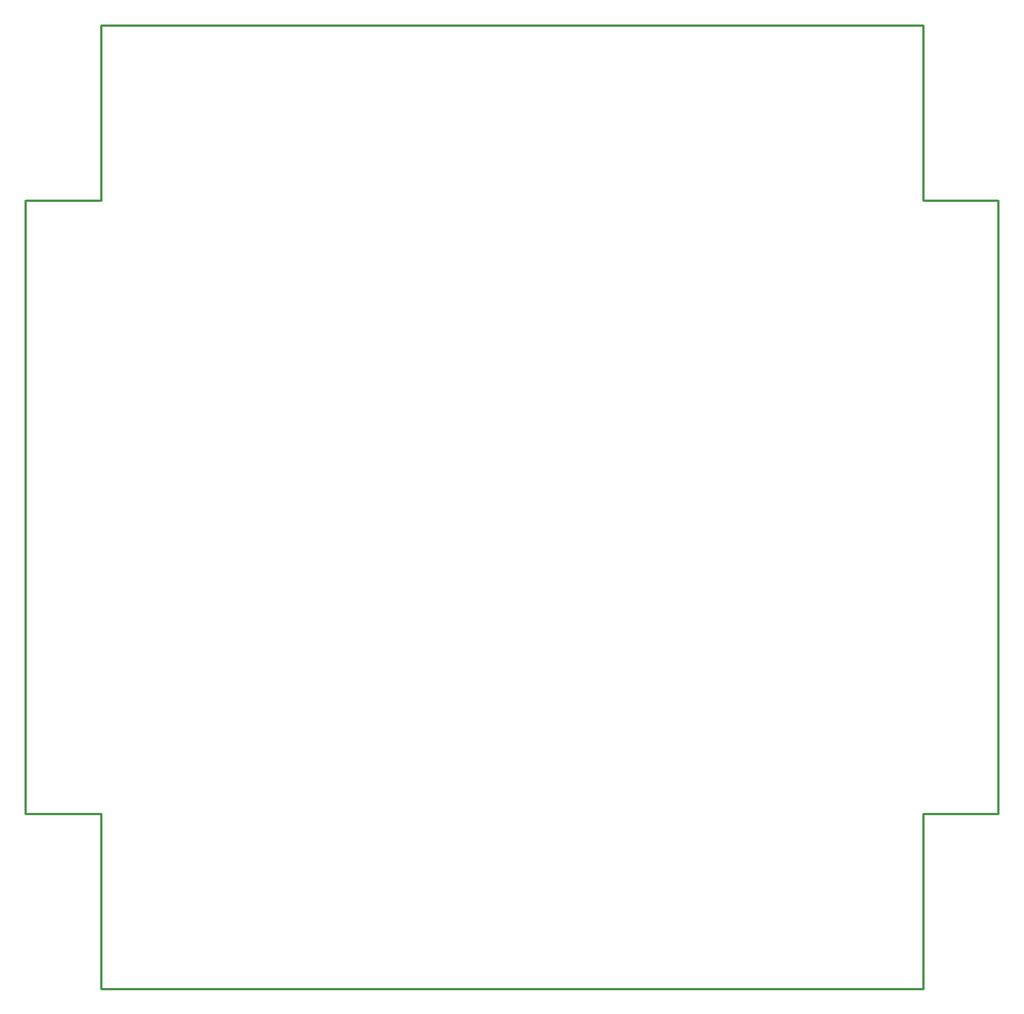
<source format=gbr>
%TF.GenerationSoftware,Altium Limited,Altium Designer,18.1.9 (240)*%
G04 Layer_Color=32768*
%FSLAX43Y43*%
%MOMM*%
%TF.FileFunction,Other,Board_shape*%
%TF.Part,Single*%
G01*
G75*
%TA.AperFunction,NonConductor*%
%ADD57C,0.200*%
%ADD58C,0.254*%
D57*
X25400Y44780D02*
X33735D01*
Y25400D02*
Y44780D01*
Y25400D02*
X124765D01*
Y44780D01*
X133100D01*
Y112700D01*
X124765D02*
X133100D01*
X124765D02*
Y132080D01*
X33735D02*
X124765D01*
X33735Y112700D02*
Y132080D01*
X25400Y112700D02*
X33735D01*
X25400Y44780D02*
Y112700D01*
D58*
X124765Y112700D02*
X133100D01*
X124765D02*
Y132080D01*
X33735D02*
X124765D01*
X33735Y112700D02*
Y132080D01*
X25400Y112700D02*
X33735D01*
X25400Y44780D02*
Y112700D01*
Y44780D02*
X33735D01*
Y25400D02*
Y44780D01*
Y25400D02*
X124765D01*
Y44780D01*
X133100D01*
Y112700D01*
%TF.MD5,6175e64d0398559e31d4af7744edc5c4*%
M02*

</source>
